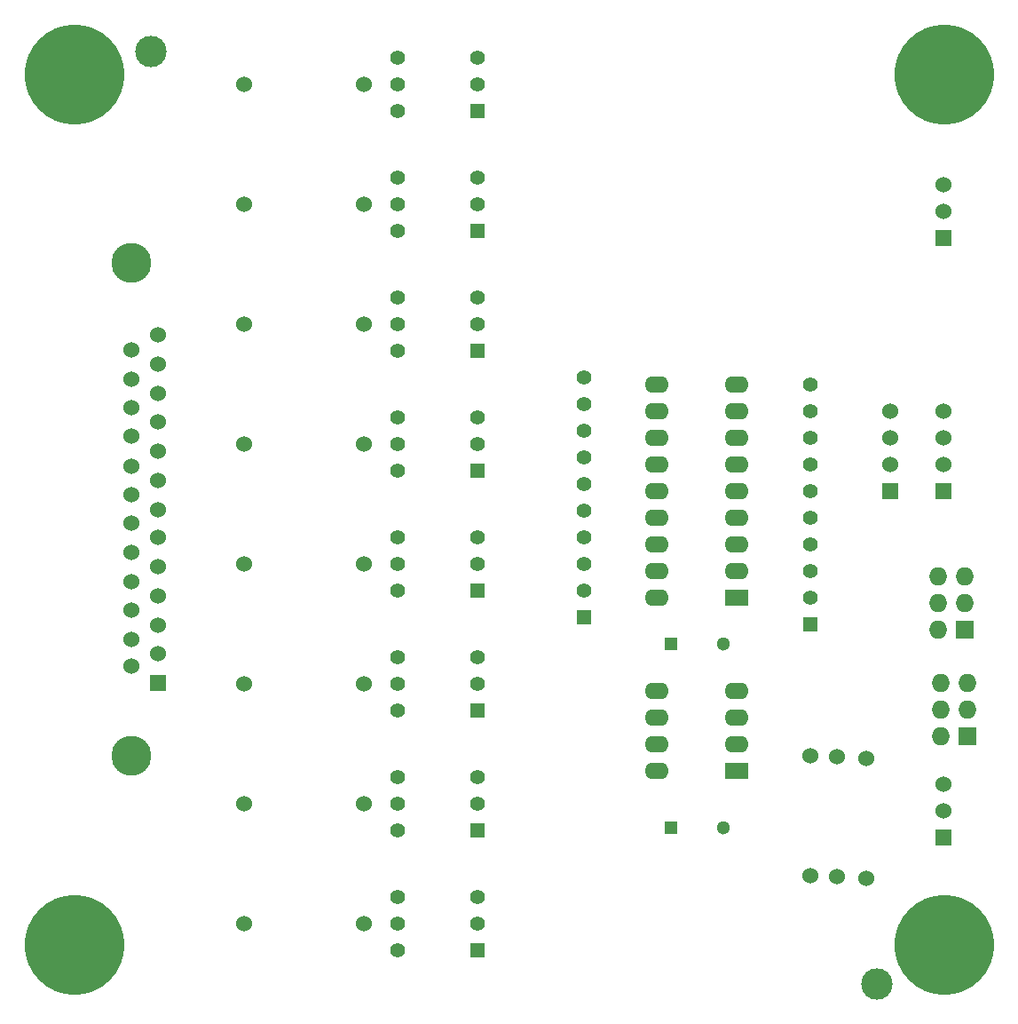
<source format=gts>
G04 #@! TF.FileFunction,Soldermask,Top*
%FSLAX46Y46*%
G04 Gerber Fmt 4.6, Leading zero omitted, Abs format (unit mm)*
G04 Created by KiCad (PCBNEW (after 2015-mar-04 BZR unknown)-product) date 4/26/2015 3:19:07 PM*
%MOMM*%
G01*
G04 APERTURE LIST*
%ADD10C,0.150000*%
%ADD11C,1.524000*%
%ADD12R,1.397000X1.397000*%
%ADD13C,1.397000*%
%ADD14C,9.525000*%
%ADD15C,3.000000*%
%ADD16R,1.524000X1.524000*%
%ADD17C,3.810000*%
%ADD18R,1.727200X1.727200*%
%ADD19O,1.727200X1.727200*%
%ADD20R,1.300000X1.300000*%
%ADD21C,1.300000*%
%ADD22R,2.286000X1.574800*%
%ADD23O,2.286000X1.574800*%
G04 APERTURE END LIST*
D10*
D11*
X63655000Y-26985000D03*
X52225000Y-26985000D03*
X63655000Y-38415000D03*
X52225000Y-38415000D03*
X63655000Y-49845000D03*
X52225000Y-49845000D03*
X63655000Y-61275000D03*
X52225000Y-61275000D03*
X63655000Y-72705000D03*
X52225000Y-72705000D03*
X63655000Y-84135000D03*
X52225000Y-84135000D03*
X63655000Y-106995000D03*
X52225000Y-106995000D03*
X63655000Y-95565000D03*
X52225000Y-95565000D03*
D12*
X74450000Y-109535000D03*
D13*
X74450000Y-106995000D03*
X74450000Y-104455000D03*
X66830000Y-104455000D03*
X66830000Y-106995000D03*
X66830000Y-109535000D03*
D12*
X74450000Y-29525000D03*
D13*
X74450000Y-26985000D03*
X74450000Y-24445000D03*
X66830000Y-24445000D03*
X66830000Y-26985000D03*
X66830000Y-29525000D03*
D12*
X74450000Y-40955000D03*
D13*
X74450000Y-38415000D03*
X74450000Y-35875000D03*
X66830000Y-35875000D03*
X66830000Y-38415000D03*
X66830000Y-40955000D03*
D12*
X74450000Y-52385000D03*
D13*
X74450000Y-49845000D03*
X74450000Y-47305000D03*
X66830000Y-47305000D03*
X66830000Y-49845000D03*
X66830000Y-52385000D03*
D12*
X74450000Y-63815000D03*
D13*
X74450000Y-61275000D03*
X74450000Y-58735000D03*
X66830000Y-58735000D03*
X66830000Y-61275000D03*
X66830000Y-63815000D03*
D12*
X74450000Y-75245000D03*
D13*
X74450000Y-72705000D03*
X74450000Y-70165000D03*
X66830000Y-70165000D03*
X66830000Y-72705000D03*
X66830000Y-75245000D03*
D12*
X74450000Y-86675000D03*
D13*
X74450000Y-84135000D03*
X74450000Y-81595000D03*
X66830000Y-81595000D03*
X66830000Y-84135000D03*
X66830000Y-86675000D03*
D12*
X74450000Y-98105000D03*
D13*
X74450000Y-95565000D03*
X74450000Y-93025000D03*
X66830000Y-93025000D03*
X66830000Y-95565000D03*
X66830000Y-98105000D03*
D14*
X36000000Y-26000000D03*
X119000000Y-26000000D03*
X36000000Y-109000000D03*
X119000000Y-109000000D03*
D15*
X43335000Y-23810000D03*
X112550000Y-112710000D03*
D16*
X118900000Y-65720000D03*
D11*
X118900000Y-63180000D03*
X118900000Y-60640000D03*
X118900000Y-58100000D03*
D17*
X41430000Y-44005000D03*
X41430000Y-90995000D03*
D16*
X43970000Y-84010000D03*
D11*
X43970000Y-81216000D03*
X43970000Y-78549000D03*
X43970000Y-75755000D03*
X43970000Y-72961000D03*
X43970000Y-70167000D03*
X43970000Y-67500000D03*
X43970000Y-64706000D03*
X43970000Y-61912000D03*
X43970000Y-59118000D03*
X43970000Y-56451000D03*
X43970000Y-53657000D03*
X43970000Y-50863000D03*
X41430000Y-82435200D03*
X41430000Y-79895200D03*
X41430000Y-77101200D03*
X41430000Y-74358000D03*
X41430000Y-71614800D03*
X41430000Y-68820800D03*
X41430000Y-66077600D03*
X41430000Y-63334400D03*
X41430000Y-60489600D03*
X41430000Y-57797200D03*
X41430000Y-55054000D03*
X41430000Y-52260000D03*
D12*
X84610000Y-77785000D03*
D13*
X84610000Y-75245000D03*
X84610000Y-72705000D03*
X84610000Y-70165000D03*
X84610000Y-67625000D03*
X84610000Y-65085000D03*
X84610000Y-62545000D03*
X84610000Y-60005000D03*
X84610000Y-57465000D03*
X84610000Y-54925000D03*
D12*
X106200000Y-78420000D03*
D13*
X106200000Y-75880000D03*
X106200000Y-73340000D03*
X106200000Y-70800000D03*
X106200000Y-68260000D03*
X106200000Y-65720000D03*
X106200000Y-63180000D03*
X106200000Y-60640000D03*
X106200000Y-58100000D03*
X106200000Y-55560000D03*
D16*
X113820000Y-65720000D03*
D11*
X113820000Y-63180000D03*
X113820000Y-60640000D03*
X113820000Y-58100000D03*
D16*
X118900000Y-41590000D03*
D11*
X118900000Y-39050000D03*
X118900000Y-36510000D03*
D16*
X118900000Y-98740000D03*
D11*
X118900000Y-96200000D03*
X118900000Y-93660000D03*
X108740000Y-91056500D03*
X108740000Y-102486500D03*
X111534000Y-91183500D03*
X111534000Y-102613500D03*
X106200000Y-90993000D03*
X106200000Y-102423000D03*
D18*
X120932000Y-78928000D03*
D19*
X118392000Y-78928000D03*
X120932000Y-76388000D03*
X118392000Y-76388000D03*
X120932000Y-73848000D03*
X118392000Y-73848000D03*
D18*
X121186000Y-89088000D03*
D19*
X118646000Y-89088000D03*
X121186000Y-86548000D03*
X118646000Y-86548000D03*
X121186000Y-84008000D03*
X118646000Y-84008000D03*
D20*
X92964000Y-80264000D03*
D21*
X97964000Y-80264000D03*
D20*
X92964000Y-97790000D03*
D21*
X97964000Y-97790000D03*
D22*
X99215000Y-75880000D03*
D23*
X99215000Y-73340000D03*
X99215000Y-70800000D03*
X99215000Y-68260000D03*
X99215000Y-65720000D03*
X99215000Y-63180000D03*
X99215000Y-60640000D03*
X99215000Y-58100000D03*
X99215000Y-55560000D03*
X91595000Y-55560000D03*
X91595000Y-58100000D03*
X91595000Y-60640000D03*
X91595000Y-63180000D03*
X91595000Y-65720000D03*
X91595000Y-68260000D03*
X91595000Y-70800000D03*
X91595000Y-73340000D03*
X91595000Y-75880000D03*
D22*
X99215000Y-92390000D03*
D23*
X99215000Y-89850000D03*
X99215000Y-87310000D03*
X99215000Y-84770000D03*
X91595000Y-84770000D03*
X91595000Y-87310000D03*
X91595000Y-89850000D03*
X91595000Y-92390000D03*
M02*

</source>
